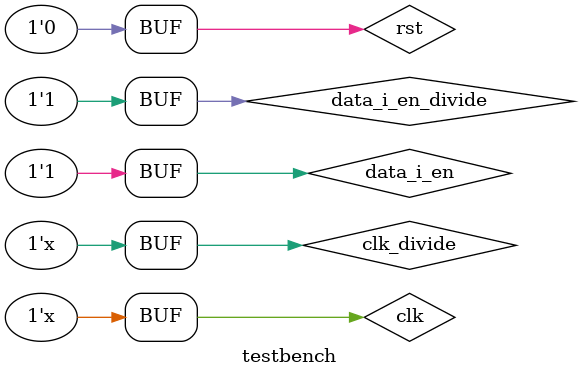
<source format=sv>




`timescale 1ns / 1ps
//fixed-point number 4bit in int and 16 bit in decimal
//定点数，整数4bit小数16bit
`define width_H 32
`define width_W 32

module testbench(

);
////////////////////////////////TEST_DATA////////////////////////////////

//declare
reg[6:0]addra;
wire [63:0]douta;

reg clk;
reg rst;
reg data_i_en;
//reg [(`width_H+`width_W-1):0]data_i;
wire data_o_en;
wire [(`width_H+`width_W-1):0]data_o;

//logic
initial begin
clk=0;
rst=0;
data_i_en=0;
addra=0;
#30 rst=1;
#30 rst=0;
#30 data_i_en=1;
end

always #5 clk=~clk;//100MHz
always@(posedge clk)addra+=1;

//rom
ROM ROM_0(
.addra(addra),
.clka(clk),
.douta(douta)
);

////////////////////////////////TEST_DATA_divide////////////////////////////////

//declare
reg[6:0]addra_divide;
wire [63:0]douta_divide;

reg clk_divide;
//reg rst;
reg data_i_en_divide;
//reg [(`width_H+`width_W-1):0]data_i;
wire data_o_en_divide;
wire [(`width_H+`width_W-1):0]data_o_divide;

//logic
initial begin
clk_divide=0;
data_i_en_divide=0;
addra_divide=0;
#30 data_i_en_divide=1;
end

always #(5*8) clk_divide=~clk_divide;//100/N MHz //////////////////N=32
always@(posedge clk_divide)addra_divide+=8;

//rom
ROM ROM_1(
.addra(addra_divide),
.clka(clk_divide),
.douta(douta_divide)
);

////////////////////////////////////////////////////////////////







////////////////////////////////FIR////////////////////////////////
FIR #(
.width_H(5),//fixed-point number 4bit in int and 16 bit in decimal //定点数，整数4bit小数16bit
.width_W(20),
.N(32),//Specify order needs to be 2^x //级数需要是2^N
.log_N(5),//`define log_N //log_N=log 2 N
.const_num({//you might use //你可能会用到 //Num=round(Num*(2^width_W)); //filterDesigner;
/*1082,1223,1362,1501,1635,1766,1890,2007,
2116,2214,2302,2378,2442,2492,2528,2550,
2558,2550,2528,2492,2442,2378,2302,2214,
2116,2007,1890,1766,1635,1501,1362,1223,
1082*/
17316,19561,21800,24009,26167,28252,30241,32113,
33849,35429,36836,38054,39071,39873,40453,40803,
40921,40803,40453,39873,39071,38054,36836,35429,
33849,32113,30241,28252,26167,24009,21800,19561,
17316
})
) FIR_0(
.clk(clk),
.rst(rst),
.data_i_en(data_i_en),
.data_i(douta),
.data_o_en(data_o_en),
.data_o(data_o)
);

////////////////////////////////FIR_DISRST////////////////////////////////
FIR_DISRST #(
.width_H(5),//fixed-point number 4bit in int and 16 bit in decimal //定点数，整数4bit小数16bit
.width_W(20),
.N(32),//Specify order needs to be 2^x //级数需要是2^N
.log_N(5),//`define log_N //log_N=log 2 N
.const_num({//you might use //你可能会用到 //Num=round(Num*(2^width_W)); //filterDesigner;
/*1082,1223,1362,1501,1635,1766,1890,2007,
2116,2214,2302,2378,2442,2492,2528,2550,
2558,2550,2528,2492,2442,2378,2302,2214,
2116,2007,1890,1766,1635,1501,1362,1223,
1082*/
17316,19561,21800,24009,26167,28252,30241,32113,
33849,35429,36836,38054,39071,39873,40453,40803,
40921,40803,40453,39873,39071,38054,36836,35429,
33849,32113,30241,28252,26167,24009,21800,19561,
17316
})
) FIR_DISRST_0(
.clk(clk),
.data_i_en(data_i_en),
.data_i(douta),
.data_o_en(data_o_en),
.data_o(data_o)
);

////////////////////////////////IIR////////////////////////////////
//我总感觉这个算法做的不太靠谱,仿真一下自己要做的信号看看靠不靠谱,建议使用FIR;
//I don't know whether this algorithm is right, simu your signal before using it, it is recommended to use FIR;
IIR #(
.width_H(15),//fixed-point number 16bit in int and 16 bit in decimal //定点数，整数16bit小数16bit
.width_W(10),//need to use WIDTH_H=12 WIDTH_W=20 for running testbench, but you can define any number when you use it
//跑testbench要用WIDTH_H=12 WIDTH_W=20, 拿来自己调用就随意了
.N(8),//Specify order needs to be 2*x //级数需要是2*N
//The three columns are the second column, the fifth column, the sixth column of matlab
//三列分别是matlab第二列第五列第六列
.const_num_SOS({//you might use //你可能会用到 //SOS=round(SOS*(2^width_W));
//2543,-13578,54303,
//23920,762,35031,
//69243,20824,18356,
//121461,36581,7356
40683,-217252,868844,
382716,12186,560498,
1107889,333177,293700,
1943369,585297,117690
}),
.const_num_G({//you might use //你可能会用到 //G=round(G*(2^width_W));
//52119,42845,34259,28410
833907,685526,548149,454557
})
) IIR_0(
.clk(clk),
.rst(rst),
.data_i_en(data_i_en),
.data_i(douta),
.data_o_en(data_o_en),
.data_o(data_o)
);

////////////////////////////////IIR_DISRST////////////////////////////////
//我总感觉这个算法做的不太靠谱,仿真一下自己要做的信号看看靠不靠谱,建议使用FIR;
//I don't know whether this algorithm is right, simu your signal before using it, it is recommended to use FIR;
IIR_DISRST #(
.width_H(15),//fixed-point number 16bit in int and 16 bit in decimal //定点数，整数16bit小数16bit
.width_W(10),//need to use WIDTH_H=12 WIDTH_W=20 for running testbench, but you can define any number when you use it
//跑testbench要用WIDTH_H=12 WIDTH_W=20, 拿来自己调用就随意了
.N(8),//Specify order needs to be 2*x //级数需要是2*N
//The three columns are the second column, the fifth column, the sixth column of matlab
//三列分别是matlab第二列第五列第六列
.const_num_SOS({//you might use //你可能会用到 //SOS=round(SOS*(2^width_W));
//2543,-13578,54303,
//23920,762,35031,
//69243,20824,18356,
//121461,36581,7356
40683,-217252,868844,
382716,12186,560498,
1107889,333177,293700,
1943369,585297,117690
}),
.const_num_G({//you might use //你可能会用到 //G=round(G*(2^width_W));
//52119,42845,34259,28410
833907,685526,548149,454557
})
) IIR_DISRST_0(
.clk(clk),
.data_i_en(data_i_en),
.data_i(douta),
.data_o_en(data_o_en),
.data_o(data_o)
);

////////////////////////////////MEAN////////////////////////////////
//均值;
MEAN #(
.width_H(5),//fixed-point number 4bit in int and 16 bit in decimal; //定点数，整数4bit小数16bit;
.width_W(20),
.N(32),//Specify order needs to be 2^x; //级数需要是2^N;
.log_N(5)//`define log_N; //log_N=log 2 N;
) MEAN_0(
.clk(clk),
.rst(rst),
.data_i_en(data_i_en),
.data_i(douta),
.data_o_en(data_o_en),
.data_o(data_o)
);

////////////////////////////////MEAN_DISRST////////////////////////////////
//均值;
MEAN_DISRST #(
.width_H(5),//fixed-point number 4bit in int and 16 bit in decimal; //定点数，整数4bit小数16bit;
.width_W(20),
.N(32),//Specify order needs to be 2^x; //级数需要是2^N;
.log_N(5)//`define log_N; //log_N=log 2 N;
) MEAN_DISRST_0(
.clk(clk),
.data_i_en(data_i_en),
.data_i(douta),
.data_o_en(data_o_en),
.data_o(data_o)
);

////////////////////////////////Recursive running-sum filter////////////////////////////////
//similar with mean; //Except phase and frequency, it works well with little source;
//类似均值,具体大概没有中文译名; //除了反馈结构的频率相位问题, 别的都整挺好, 资源消耗低;
RRS#(
.width_H(5),//fixed-point number 4bit in int and 16 bit in decimal; //定点数，整数4bit小数16bit;
.width_W(20),
.N(32),//delay, needs to be 2^x; //延迟需要是2^N;
.log_N(5)//`define log_N; //log_N=log 2 N;
) RRS_0(
.clk(clk),
.rst(rst),
.data_i_en(data_i_en),
.data_i(douta),
.data_o_en(data_o_en),
.data_o(data_o)
);

////////////////////////////////Recursive running-sum filter////////////////////////////////
//similar with mean; //Except phase and frequency, it works well with little source;
//类似均值,具体大概没有中文译名; //除了反馈结构的频率相位问题, 别的都整挺好, 资源消耗低;
RRS_DISRST#(
.width_H(5),//fixed-point number 4bit in int and 16 bit in decimal; //定点数，整数4bit小数16bit;
.width_W(20),
.N(32),//delay, needs to be 2^x; //延迟需要是2^N;
.log_N(5)//`define log_N; //log_N=log 2 N;
) RRS_DISRST_0(
.clk(clk),
.data_i_en(data_i_en),
.data_i(douta),
.data_o_en(data_o_en),
.data_o(data_o)
);

////////////////////////////////CIC////////////////////////////////
//CIC digital filter; //Recursive running-sum filter *N;
//CIC 数字滤波器; //Recursive running-sum filter *N;
CIC#(
.width_H(5),//fixed-point number 4bit in int and 16 bit in decimal; //定点数，整数4bit小数16bit;
.width_W(20),
.N(32)//can be any non-zero value //任意非0值
) CIC_0(
.clk(clk),
.rst(rst),
.data_i_en(data_i_en),
.data_i(douta),
.data_o_en(data_o_en),
.data_o(data_o)
);

////////////////////////////////CIC_DISRST////////////////////////////////
//CIC digital filter; //Recursive running-sum filter *N;
//CIC 数字滤波器; //Recursive running-sum filter *N;
CIC_DISRST#(
.width_H(5),//fixed-point number 4bit in int and 16 bit in decimal; //定点数，整数4bit小数16bit;
.width_W(20),
.N(32)//can be any non-zero value //任意非0值
) CIC_DISRST_0(
.clk(clk),
.data_i_en(data_i_en),
.data_i(douta),
.data_o_en(data_o_en),
.data_o(data_o)
);

////////////////////////////////CIC_UPSAMPLE////////////////////////////////
//CIC_UPSAMPLE; //just CIC;
//CIC_UPSAMPLE超采样; //就是CIC;
CIC_UPSAMPLE#(
.width_H(5),//fixed-point number 4bit in int and 16 bit in decimal; //定点数，整数4bit小数16bit;
.width_W(20),
.N(32)//can be any non-zero value; //任意非0值;
) CIC_UPSAMPLE_0(
.clk_divide(clk_divide),//No need to fill in, add here for easy understanding; //不需要填入，在此加入便于理解;
.clk(clk),
.rst(rst),
.data_i_en(data_i_en_divide),
.data_i(douta_divide),
.data_o_en(data_o_en),
.data_o(data_o)
);

////////////////////////////////CIC_UPSAMPLE_DISRST////////////////////////////////
//CIC_UPSAMPLE; //just CIC;
//CIC_UPSAMPLE超采样; //就是CIC;
CIC_UPSAMPLE_DISRST#(
.width_H(5),//fixed-point number 4bit in int and 16 bit in decimal; //定点数，整数4bit小数16bit;
.width_W(20),
.N(32)//can be any non-zero value; //任意非0值;
) CIC_UPSAMPLE_DISRST_0(
.clk_divide(clk_divide),//No need to fill in, add here for easy understanding; //不需要填入，在此加入便于理解;
.clk(clk),
.data_i_en(data_i_en_divide),
.data_i(douta_divide),
.data_o_en(data_o_en),
.data_o(data_o)
);

////////////////////////////////CIC_DOWNSAMPLE////////////////////////////////
//CIC_DOWNSAMPLE; //just CIC Transpose;
//CIC_DOWNSAMPLE降; //就是CIC转置;
CIC_DOWNSAMPLE#(
.width_H(5),//fixed-point number 4bit in int and 16 bit in decimal; //定点数，整数4bit小数16bit;
.width_W(20),
.N(32)//can be any non-zero value; //任意非0值;
) CIC_DOWNSAMPLE_0(
.clk_divide(clk_divide),//output clk; //输出时钟;
.clk(clk),
.rst(rst),
.data_i_en(data_i_en),
.data_i(douta),
.data_o_en(data_o_en_divide),
.data_o(data_o_divide)
);

////////////////////////////////CIC_DOWNSAMPLE_DISRST////////////////////////////////
//CIC_DOWNSAMPLE; //just CIC Transpose;
//CIC_DOWNSAMPLE降; //就是CIC转置;
CIC_DOWNSAMPLE_DISRST#(
.width_H(5),//fixed-point number 4bit in int and 16 bit in decimal; //定点数，整数4bit小数16bit;
.width_W(20),
.N(32)//can be any non-zero value; //任意非0值;
) CIC_DOWNSAMPLE_DISRST_0(
.clk_divide(clk_divide),//output clk; //输出时钟;
.clk(clk),
.data_i_en(data_i_en),
.data_i(douta),
.data_o_en(data_o_en_divide),
.data_o(data_o_divide)
);

////////////////////////////////ADD////////////////////////////////
ADD#(
.width_H(5),//fixed-point number 4bit in int and 16 bit in decimal; //定点数，整数4bit小数16bit;
.width_W(20),
.const_num(1048576)//num you want to add (can be nagtive number); //加数(可以为负);
) ADD_0(
.clk(clk),
.rst(rst),
.data_i_en(data_i_en),
.data_i(douta),
.data_o_en(data_o_en),
.data_o(data_o)
);

////////////////////////////////ADD_DISRST////////////////////////////////
ADD_DISRST#(
.width_H(5),//fixed-point number 4bit in int and 16 bit in decimal; //定点数，整数4bit小数16bit;
.width_W(20),
.const_num(1048576)//num you want to add (can be nagtive number); //加数(可以为负);
) ADD_DISRST_0(
.clk(clk),
.data_i_en(data_i_en),
.data_i(douta),
.data_o_en(data_o_en),
.data_o(data_o)
);

////////////////////////////////MULTIPLY_ANY////////////////////////////////
MULTIPLY_ANY#(
.width_H(5),//fixed-point number 4bit in int and 16 bit in decimal; //定点数，整数4bit小数16bit;
.width_W(20),
.const_num(104857)//num you want to mul (can be nagtive number); //乘数(可以为负);
) MULTIPLY_ANY_0(
.clk(clk),
.rst(rst),
.data_i_en(data_i_en),
.data_i(douta),
.data_o_en(data_o_en),
.data_o(data_o)
);

////////////////////////////////MULTIPLY_ANY_DISRST////////////////////////////////
MULTIPLY_ANY_DISRST#(
.width_H(5),//fixed-point number 4bit in int and 16 bit in decimal; //定点数，整数4bit小数16bit;
.width_W(20),
.const_num(104857)//num you want to mul (can be nagtive number); //乘数(可以为负);
) MULTIPLY_ANY_DISRST_0(
.clk(clk),
.data_i_en(data_i_en),
.data_i(douta),
.data_o_en(data_o_en),
.data_o(data_o)
);

////////////////////////////////MULTIPLY_LOG////////////////////////////////
MULTIPLY_LOG#(
.width_H(5),//fixed-point number 4bit in int and 16 bit in decimal; //定点数，整数4bit小数16bit;
.width_W(20),
.const_num(2)//log you want to mul (can be nagtive number); //log2格式乘数(可以为负);
) MULTIPLY_LOG_0(
.clk(clk),
.rst(rst),
.data_i_en(data_i_en),
.data_i(douta),
.data_o_en(data_o_en),
.data_o(data_o)
);

////////////////////////////////MULTIPLY_LOG_DISRST////////////////////////////////
MULTIPLY_LOG_DISRST#(
.width_H(5),//fixed-point number 4bit in int and 16 bit in decimal; //定点数，整数4bit小数16bit;
.width_W(20),
.const_num(2)//log you want to mul (can be nagtive number); //log2格式乘数(可以为负);
) MULTIPLY_LOG_DISRST_0(
.clk(clk),
.data_i_en(data_i_en),
.data_i(douta),
.data_o_en(data_o_en),
.data_o(data_o)
);

endmodule

</source>
